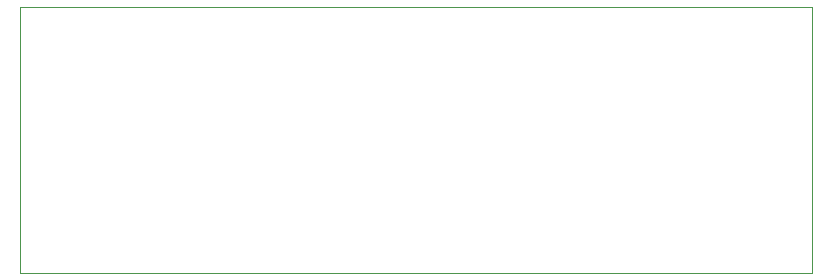
<source format=gm1>
G04 #@! TF.GenerationSoftware,KiCad,Pcbnew,6.0.10-86aedd382b~118~ubuntu20.04.1*
G04 #@! TF.CreationDate,2022-12-28T18:12:40+00:00*
G04 #@! TF.ProjectId,slrm,736c726d-2e6b-4696-9361-645f70636258,rev?*
G04 #@! TF.SameCoordinates,Original*
G04 #@! TF.FileFunction,Profile,NP*
%FSLAX46Y46*%
G04 Gerber Fmt 4.6, Leading zero omitted, Abs format (unit mm)*
G04 Created by KiCad (PCBNEW 6.0.10-86aedd382b~118~ubuntu20.04.1) date 2022-12-28 18:12:40*
%MOMM*%
%LPD*%
G01*
G04 APERTURE LIST*
G04 #@! TA.AperFunction,Profile*
%ADD10C,0.100000*%
G04 #@! TD*
G04 APERTURE END LIST*
D10*
X117735694Y-83921454D02*
X184788015Y-83921454D01*
X184788015Y-83921454D02*
X184788015Y-106408096D01*
X184788015Y-106408096D02*
X117735694Y-106408096D01*
X117735694Y-106408096D02*
X117735694Y-83921454D01*
M02*

</source>
